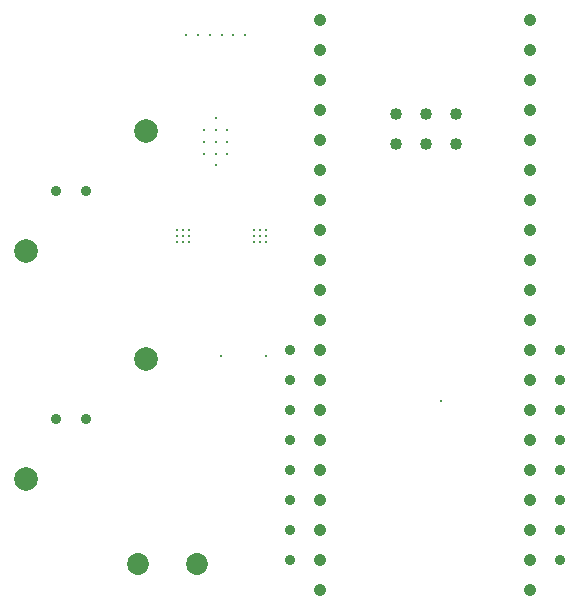
<source format=gbr>
%TF.GenerationSoftware,Altium Limited,Altium Designer,23.5.1 (21)*%
G04 Layer_Color=0*
%FSLAX45Y45*%
%MOMM*%
%TF.SameCoordinates,251D8D79-0CC1-4DB5-8A6B-B6CDDAA58204*%
%TF.FilePolarity,Positive*%
%TF.FileFunction,Plated,1,4,PTH,Drill*%
%TF.Part,Single*%
G01*
G75*
%TA.AperFunction,ComponentDrill*%
%ADD73C,0.25000*%
%ADD74C,1.85420*%
%ADD75C,0.88900*%
%ADD76C,1.04000*%
%ADD77C,2.01000*%
%ADD78C,0.90000*%
%ADD79C,1.02000*%
%TA.AperFunction,ViaDrill,NotFilled*%
%ADD80C,0.25000*%
D73*
X2000000Y4150000D02*
D03*
Y3750000D02*
D03*
X1900000Y4050000D02*
D03*
X2000000D02*
D03*
X2100000D02*
D03*
Y3850000D02*
D03*
X2000000D02*
D03*
X1900000D02*
D03*
X2100000Y3950000D02*
D03*
X1900000D02*
D03*
X2000000D02*
D03*
D74*
X1345000Y375370D02*
D03*
X1845000D02*
D03*
D75*
X4919500Y406500D02*
D03*
Y660500D02*
D03*
Y914500D02*
D03*
Y1168500D02*
D03*
Y1422500D02*
D03*
Y1676500D02*
D03*
Y1930500D02*
D03*
Y2184500D02*
D03*
X2633500Y406500D02*
D03*
Y660500D02*
D03*
Y914500D02*
D03*
Y1168500D02*
D03*
Y1422500D02*
D03*
Y1676500D02*
D03*
Y1930500D02*
D03*
Y2184500D02*
D03*
D76*
X4665498Y152500D02*
D03*
Y406500D02*
D03*
Y660500D02*
D03*
Y914500D02*
D03*
Y1168500D02*
D03*
Y1422500D02*
D03*
Y1676500D02*
D03*
Y1930500D02*
D03*
Y2184500D02*
D03*
Y2438500D02*
D03*
Y2692500D02*
D03*
Y2946500D02*
D03*
Y3200500D02*
D03*
Y3454500D02*
D03*
Y3708500D02*
D03*
Y3962500D02*
D03*
Y4216500D02*
D03*
Y4470500D02*
D03*
Y4724500D02*
D03*
Y4978500D02*
D03*
X2887500D02*
D03*
Y4724500D02*
D03*
Y4470500D02*
D03*
Y4216500D02*
D03*
Y3962500D02*
D03*
Y3708500D02*
D03*
Y3454500D02*
D03*
Y3200500D02*
D03*
Y2946500D02*
D03*
Y2692500D02*
D03*
Y2438500D02*
D03*
Y2184500D02*
D03*
Y1930500D02*
D03*
Y1676500D02*
D03*
Y1422500D02*
D03*
Y1168500D02*
D03*
Y914500D02*
D03*
Y660500D02*
D03*
Y406500D02*
D03*
Y152500D02*
D03*
D77*
X392000Y3024500D02*
D03*
X1408000Y4040500D02*
D03*
Y2108000D02*
D03*
X392000Y1092000D02*
D03*
D78*
X646000Y3532500D02*
D03*
X900000D02*
D03*
Y1600000D02*
D03*
X646000D02*
D03*
D79*
X4031500Y4182500D02*
D03*
Y3928500D02*
D03*
X3777500Y4182500D02*
D03*
Y3928500D02*
D03*
X3523500Y4182500D02*
D03*
Y3928500D02*
D03*
D80*
X3910000Y1752500D02*
D03*
X2050000Y4850000D02*
D03*
X1950000D02*
D03*
X1850000D02*
D03*
X1750000D02*
D03*
X2250000D02*
D03*
X2150000D02*
D03*
X2427500Y2137500D02*
D03*
X2045200Y2134401D02*
D03*
X1675000Y3200000D02*
D03*
X1725000D02*
D03*
X1775000Y3150000D02*
D03*
X1725000D02*
D03*
X1675000D02*
D03*
Y3100000D02*
D03*
X1725000D02*
D03*
X1775000D02*
D03*
Y3200000D02*
D03*
X2325000D02*
D03*
X2375000D02*
D03*
X2425000Y3150000D02*
D03*
X2375000D02*
D03*
X2325000D02*
D03*
Y3100000D02*
D03*
X2375000D02*
D03*
X2425000D02*
D03*
Y3200000D02*
D03*
%TF.MD5,41e0505f30a95aaf59f7a0cb0ef89535*%
M02*

</source>
